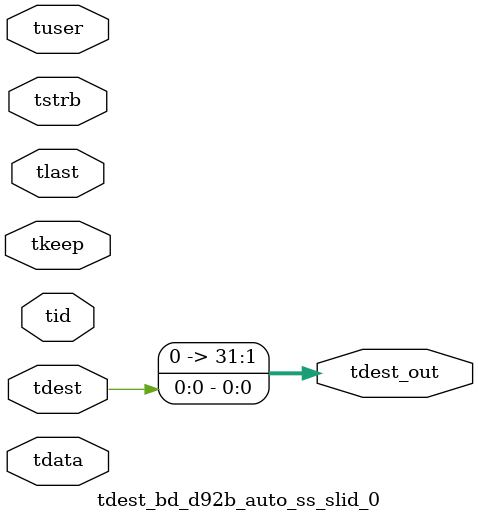
<source format=v>


`timescale 1ps/1ps

module tdest_bd_d92b_auto_ss_slid_0 #
(
parameter C_S_AXIS_TDATA_WIDTH = 32,
parameter C_S_AXIS_TUSER_WIDTH = 0,
parameter C_S_AXIS_TID_WIDTH   = 0,
parameter C_S_AXIS_TDEST_WIDTH = 0,
parameter C_M_AXIS_TDEST_WIDTH = 32
)
(
input  [(C_S_AXIS_TDATA_WIDTH == 0 ? 1 : C_S_AXIS_TDATA_WIDTH)-1:0     ] tdata,
input  [(C_S_AXIS_TUSER_WIDTH == 0 ? 1 : C_S_AXIS_TUSER_WIDTH)-1:0     ] tuser,
input  [(C_S_AXIS_TID_WIDTH   == 0 ? 1 : C_S_AXIS_TID_WIDTH)-1:0       ] tid,
input  [(C_S_AXIS_TDEST_WIDTH == 0 ? 1 : C_S_AXIS_TDEST_WIDTH)-1:0     ] tdest,
input  [(C_S_AXIS_TDATA_WIDTH/8)-1:0 ] tkeep,
input  [(C_S_AXIS_TDATA_WIDTH/8)-1:0 ] tstrb,
input                                                                    tlast,
output [C_M_AXIS_TDEST_WIDTH-1:0] tdest_out
);

assign tdest_out = {3'b000,tdest[0:0]};

endmodule


</source>
